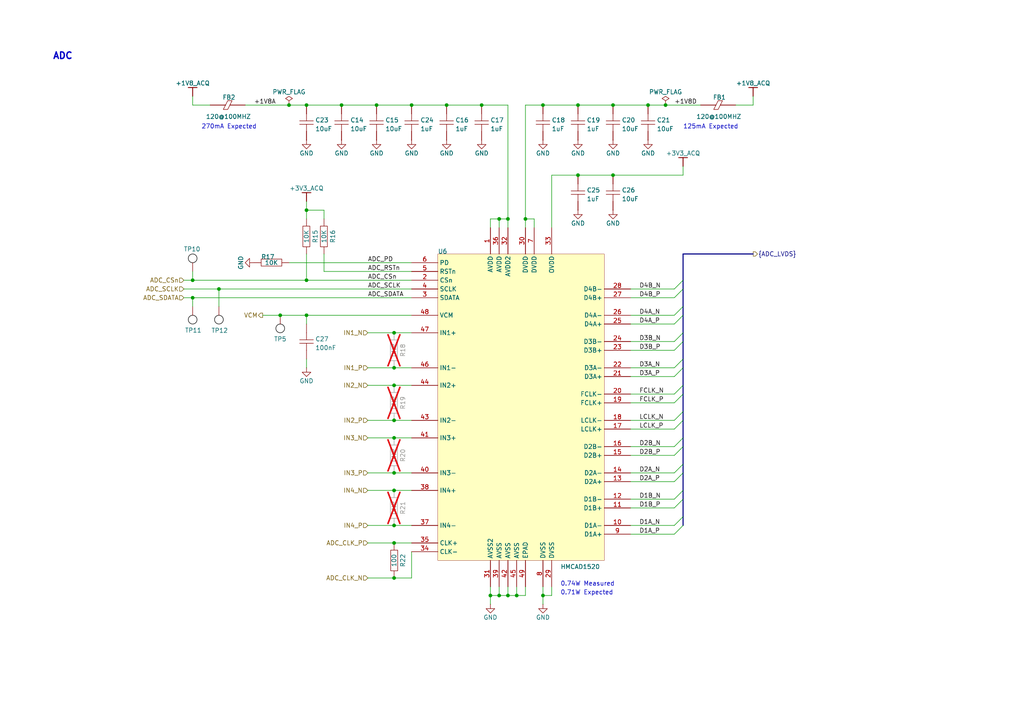
<source format=kicad_sch>
(kicad_sch (version 20250114) (generator "eeschema") (generator_version "9.0")
  (paper "A4")
  (title_block (title "ThunderScope") (rev "5.3") (company "EEVengers") (comment 1 "Aleksa Bjelogrlic"))
  (lib_symbols
    (symbol "Thunderscope_Rev5:+1V8_ACQ_BAR" (power)
      (property "Value" "+1V8_ACQ" (at 0 -3.81 0))
      (symbol "+1V8_ACQ_BAR_0_0"
        (polyline (pts (xy -1.27 -2.54) (xy 1.27 -2.54)) (stroke (width 0.254)))
        (polyline (pts (xy 0 0) (xy 0 -2.54)) (stroke (width 0.254)))
        (pin power_in line (at 0 0 0) (length 0) (hide yes) (name "+1V8_ACQ") (number ""))
      )
    )
    (symbol "Thunderscope_Rev5:+3V3_ACQ_BAR" (power)
      (property "Value" "+3V3_ACQ" (at 0 -3.81 0))
      (symbol "+3V3_ACQ_BAR_0_0"
        (polyline (pts (xy -1.27 -2.54) (xy 1.27 -2.54)) (stroke (width 0.254)))
        (polyline (pts (xy 0 0) (xy 0 -2.54)) (stroke (width 0.254)))
        (pin power_in line (at 0 0 0) (length 0) (hide yes) (name "+2V5_ACQ") (number ""))
      )
    )
    (symbol "Thunderscope_Rev5:CAP 100nF 16V X7R 0402" (pin_numbers (hide yes)) (pin_names (hide yes))
      (property "Reference" "C" (at 0 0 0))
      (property "Value" "100nF" (at 0 0 0))
      (symbol "CAP 100nF 16V X7R 0402_1_0"
        (polyline (pts (xy -2 0.5) (xy 2 0.5)))
        (polyline (pts (xy -2 -0.5) (xy 2 -0.5)))
        (polyline (pts (xy 0 2.54) (xy 0 0.5)))
        (polyline (pts (xy 0 -2.54) (xy 0 -0.5)))
        (pin passive line (at 0 5.08 270) (length 2.54) (name "2") (number "2"))
        (pin passive line (at 0 -5.08 90) (length 2.54) (name "1") (number "1"))
      )
    )
    (symbol "Thunderscope_Rev5:CAP 10uF 25V X5R 0603" (pin_numbers (hide yes)) (pin_names (hide yes))
      (property "Reference" "C" (at 0 0 0))
      (property "Value" "10uF" (at 0 0 0))
      (symbol "CAP 10uF 25V X5R 0603_1_0"
        (polyline (pts (xy -2 0.5) (xy 2 0.5)))
        (polyline (pts (xy -2 -0.5) (xy 2 -0.5)))
        (polyline (pts (xy 0 2.54) (xy 0 0.5)))
        (polyline (pts (xy 0 -2.54) (xy 0 -0.5)))
        (pin passive line (at 0 5.08 270) (length 2.54) (name "2") (number "2"))
        (pin passive line (at 0 -5.08 90) (length 2.54) (name "1") (number "1"))
      )
    )
    (symbol "Thunderscope_Rev5:CAP 1uF 25V X5R 0402" (pin_numbers (hide yes)) (pin_names (hide yes))
      (property "Reference" "C" (at 0 0 0))
      (property "Value" "1uF" (at 0 0 0))
      (symbol "CAP 1uF 25V X5R 0402_1_0"
        (polyline (pts (xy 0 2.54) (xy 0 0.5)))
        (polyline (pts (xy 0 -2.54) (xy 0 -0.5)))
        (polyline (pts (xy 2 0.5) (xy -2 0.5)))
        (polyline (pts (xy 2 -0.5) (xy -2 -0.5)))
        (pin passive line (at 0 5.08 270) (length 2.54) (name "1") (number "1"))
        (pin passive line (at 0 -5.08 90) (length 2.54) (name "2") (number "2"))
      )
    )
    (symbol "Thunderscope_Rev5:FERRITE BEAD 120 OHM 0402" (pin_numbers (hide yes)) (pin_names (hide yes))
      (property "Reference" "F" (at 0 0 0))
      (property "Value" "120@100MHZ" (at 0 0 0))
      (symbol "FERRITE BEAD 120 OHM 0402_1_0"
        (polyline (pts (xy 0 1.27) (xy -1.27 -1.27) (xy 0 -1.27) (xy 1.27 1.27) (xy 0 1.27)))
        (pin passive line (at -5.08 0 0) (length 4.445) (name "1") (number "1"))
        (pin passive line (at 5.08 0 180) (length 4.445) (name "2") (number "2"))
      )
    )
    (symbol "Thunderscope_Rev5:GND" (power) (pin_numbers (hide yes)) (pin_names (offset 0) (hide yes))
      (property "Value" "GND" (at 0 -3.81 0))
      (symbol "GND_0_1"
        (polyline (pts (xy 0 0) (xy 0 -1.27) (xy 1.27 -1.27) (xy 0 -2.54) (xy -1.27 -1.27) (xy 0 -1.27)))
      )
      (symbol "GND_1_1"
        (pin power_in line (at 0 0 270) (length 0) (name "~") (number "1"))
      )
    )
    (symbol "Thunderscope_Rev5:IC ADC HMCAD1520"
      (property "Reference" "U" (at 0 0 0))
      (property "Value" "HMCAD1520" (at 0 0 0))
      (symbol "IC ADC HMCAD1520_1_0"
        (rectangle (start 25.4 45.72) (end -22.86 -43.18) (stroke (width 0.0254) (color 128 0 0 1)) (fill (type background)))
        (pin input line (at -30.48 43.18 0) (length 7.62) (name "PD") (number "6"))
        (pin input line (at -30.48 40.64 0) (length 7.62) (name "RSTn") (number "5"))
        (pin input line (at -30.48 38.1 0) (length 7.62) (name "CSn") (number "2"))
        (pin input line (at -30.48 35.56 0) (length 7.62) (name "SCLK") (number "4"))
        (pin bidirectional line (at -30.48 33.02 0) (length 7.62) (name "SDATA") (number "3"))
        (pin output line (at -30.48 27.94 0) (length 7.62) (name "VCM") (number "48"))
        (pin input line (at -30.48 22.86 0) (length 7.62) (name "IN1+") (number "47"))
        (pin input line (at -30.48 12.7 0) (length 7.62) (name "IN1-") (number "46"))
        (pin input line (at -30.48 7.62 0) (length 7.62) (name "IN2+") (number "44"))
        (pin input line (at -30.48 -2.54 0) (length 7.62) (name "IN2-") (number "43"))
        (pin input line (at -30.48 -7.62 0) (length 7.62) (name "IN3+") (number "41"))
        (pin input line (at -30.48 -17.78 0) (length 7.62) (name "IN3-") (number "40"))
        (pin input line (at -30.48 -22.86 0) (length 7.62) (name "IN4+") (number "38"))
        (pin input line (at -30.48 -33.02 0) (length 7.62) (name "IN4-") (number "37"))
        (pin input line (at -30.48 -38.1 0) (length 7.62) (name "CLK+") (number "35"))
        (pin input line (at -30.48 -40.64 0) (length 7.62) (name "CLK-") (number "34"))
        (pin power_in line (at -7.62 53.34 270) (length 7.62) (name "AVDD") (number "1"))
        (pin power_in line (at -7.62 -50.8 90) (length 7.62) (name "AVSS2") (number "31"))
        (pin power_in line (at -5.08 53.34 270) (length 7.62) (name "AVDD") (number "36"))
        (pin power_in line (at -5.08 -50.8 90) (length 7.62) (name "AVSS") (number "39"))
        (pin power_in line (at -2.54 53.34 270) (length 7.62) (name "AVDD2") (number "32"))
        (pin power_in line (at -2.54 -50.8 90) (length 7.62) (name "AVSS") (number "42"))
        (pin power_in line (at 0 -50.8 90) (length 7.62) (name "AVSS") (number "45"))
        (pin power_in line (at 2.54 53.34 270) (length 7.62) (name "DVDD") (number "30"))
        (pin power_in line (at 2.54 -50.8 90) (length 7.62) (name "EPAD") (number "49"))
        (pin power_in line (at 5.08 53.34 270) (length 7.62) (name "DVDD") (number "7"))
        (pin power_in line (at 7.62 -50.8 90) (length 7.62) (name "DVSS") (number "8"))
        (pin power_in line (at 10.16 53.34 270) (length 7.62) (name "OVDD") (number "33"))
        (pin power_in line (at 10.16 -50.8 90) (length 7.62) (name "DVSS") (number "29"))
        (pin output line (at 33.02 35.56 180) (length 7.62) (name "D4B-") (number "28"))
        (pin output line (at 33.02 33.02 180) (length 7.62) (name "D4B+") (number "27"))
        (pin output line (at 33.02 27.94 180) (length 7.62) (name "D4A-") (number "26"))
        (pin output line (at 33.02 25.4 180) (length 7.62) (name "D4A+") (number "25"))
        (pin output line (at 33.02 20.32 180) (length 7.62) (name "D3B-") (number "24"))
        (pin output line (at 33.02 17.78 180) (length 7.62) (name "D3B+") (number "23"))
        (pin output line (at 33.02 12.7 180) (length 7.62) (name "D3A-") (number "22"))
        (pin output line (at 33.02 10.16 180) (length 7.62) (name "D3A+") (number "21"))
        (pin output line (at 33.02 5.08 180) (length 7.62) (name "FCLK-") (number "20"))
        (pin output line (at 33.02 2.54 180) (length 7.62) (name "FCLK+") (number "19"))
        (pin output line (at 33.02 -2.54 180) (length 7.62) (name "LCLK-") (number "18"))
        (pin output line (at 33.02 -5.08 180) (length 7.62) (name "LCLK+") (number "17"))
        (pin output line (at 33.02 -10.16 180) (length 7.62) (name "D2B-") (number "16"))
        (pin output line (at 33.02 -12.7 180) (length 7.62) (name "D2B+") (number "15"))
        (pin output line (at 33.02 -17.78 180) (length 7.62) (name "D2A-") (number "14"))
        (pin output line (at 33.02 -20.32 180) (length 7.62) (name "D2A+") (number "13"))
        (pin output line (at 33.02 -25.4 180) (length 7.62) (name "D1B-") (number "12"))
        (pin output line (at 33.02 -27.94 180) (length 7.62) (name "D1B+") (number "11"))
        (pin output line (at 33.02 -33.02 180) (length 7.62) (name "D1A-") (number "10"))
        (pin output line (at 33.02 -35.56 180) (length 7.62) (name "D1A+") (number "9"))
      )
    )
    (symbol "Thunderscope_Rev5:RES 100 OHM 1% 1/10W 0402" (pin_numbers (hide yes)) (pin_names (hide yes))
      (property "Reference" "R" (at 0 0 0))
      (property "Value" "100" (at 0 0 0))
      (symbol "RES 100 OHM 1% 1/10W 0402_1_0"
        (rectangle (start 3 0.976) (end -3 -1.056))
        (pin passive line (at -5.08 0 0) (length 2) (name "1") (number "1"))
        (pin passive line (at 5.08 0 180) (length 2) (name "2") (number "2"))
      )
    )
    (symbol "Thunderscope_Rev5:RES 10K OHM 1% 1/10W 0402" (pin_numbers (hide yes)) (pin_names (hide yes))
      (property "Reference" "R" (at 0 0 0))
      (property "Value" "10K" (at 0 0 0))
      (symbol "RES 10K OHM 1% 1/10W 0402_1_0"
        (rectangle (start 3 1.056) (end -3 -0.976))
        (pin passive line (at -5.08 0 0) (length 2) (name "2") (number "2"))
        (pin passive line (at 5.08 0 180) (length 2) (name "1") (number "1"))
      )
    )
    (symbol "Thunderscope_Rev5:RES DNP 0402" (pin_numbers (hide yes)) (pin_names (hide yes))
      (property "Reference" "R" (at 0 0 0))
      (property "Value" "DNP" (at 0 0 0))
      (symbol "RES DNP 0402_1_0"
        (rectangle (start 1.056 3) (end -0.976 -3))
        (pin passive line (at 0 5.08 270) (length 2) (name "2") (number "2"))
        (pin passive line (at 0 -5.08 90) (length 2) (name "1") (number "1"))
      )
    )
    (symbol "Thunderscope_Rev5:TP PCB 1mm" (pin_numbers (hide yes)) (pin_names (hide yes)) (in_bom no)
      (property "Reference" "T" (at 0 0 0))
      (symbol "TP PCB 1mm_1_0"
        (circle (center 3.81 0) (radius 1.27) (stroke (width 0) (color 0 0 0 1)))
        (pin passive line (at 0 0 0) (length 2.54) (name "1") (number "1"))
      )
    )
    (symbol "power:PWR_FLAG" (power) (pin_numbers (hide yes)) (pin_names (offset 0) (hide yes))
      (property "Value" "PWR_FLAG" (at 0 3.81 0))
      (symbol "PWR_FLAG_0_0"
        (pin power_out line (at 0 0 90) (length 0) (name "~") (number "1"))
      )
      (symbol "PWR_FLAG_0_1"
        (polyline (pts (xy 0 0) (xy 0 1.27) (xy -1.016 1.905) (xy 0 2.54) (xy 1.016 1.905) (xy 0 1.27)))
      )
    )
  )
  (bus_alias "ADC_LVDS" (members "D4B_N" "D4B_P" "D4A_N" "D4A_P" "D3B_N" "D3B_P" "D3A_N" "D3A_P" "FCLK_N" "FCLK_P" "LCLK_N" "LCLK_P" "D2B_N" "D2B_P" "D2A_N" "D2A_P" "D1B_N" "D1B_P" "D1A_N" "D1A_P"))
  (text "270mA Expected" (at 58.42 36.83 0) (effects (font (size 1.27 1.27) (thickness 0.1588)) (justify left)))
  (text "125mA Expected" (at 198.12 36.83 0) (effects (font (size 1.27 1.27) (thickness 0.1588)) (justify left)))
  (text "ADC" (at 15.24 15.24 0) (effects (font (size 1.905 1.905) (thickness 0.381) (bold yes)) (justify left top)))
  (text "0.74W Measured" (at 162.56 170.18 0) (effects (font (size 1.27 1.27) (thickness 0.1588)) (justify left bottom)))
  (text "0.71W Expected" (at 162.56 172.72 0) (effects (font (size 1.27 1.27) (thickness 0.1588)) (justify left bottom)))
  (junction (at 177.8 50.8))
  (junction (at 83.82 30.48))
  (junction (at 114.3 167.64))
  (junction (at 157.48 30.48))
  (junction (at 157.48 172.72))
  (junction (at 142.24 172.72))
  (junction (at 152.4 63.5))
  (junction (at 177.8 30.48))
  (junction (at 144.78 63.5))
  (junction (at 129.54 30.48))
  (junction (at 81.28 91.44))
  (junction (at 88.9 60.96))
  (junction (at 114.3 137.16))
  (junction (at 114.3 106.68))
  (junction (at 63.5 83.82))
  (junction (at 114.3 142.24))
  (junction (at 139.7 30.48))
  (junction (at 88.9 91.44))
  (junction (at 114.3 157.48))
  (junction (at 144.78 172.72))
  (junction (at 55.88 86.36))
  (junction (at 193.04 30.48))
  (junction (at 109.22 30.48))
  (junction (at 147.32 172.72))
  (junction (at 147.32 63.5))
  (junction (at 114.3 121.92))
  (junction (at 55.88 81.28))
  (junction (at 119.38 30.48))
  (junction (at 88.9 30.48))
  (junction (at 114.3 152.4))
  (junction (at 167.64 30.48))
  (junction (at 88.9 81.28))
  (junction (at 114.3 127))
  (junction (at 149.86 172.72))
  (junction (at 114.3 111.76))
  (junction (at 167.64 50.8))
  (junction (at 99.06 30.48))
  (junction (at 187.96 30.48))
  (junction (at 114.3 96.52))
  (bus_entry (at 195.58 139.7) (size 2.54 -2.54))
  (bus_entry (at 195.58 121.92) (size 2.54 -2.54))
  (bus_entry (at 195.58 86.36) (size 2.54 -2.54))
  (bus_entry (at 195.58 114.3) (size 2.54 -2.54))
  (bus_entry (at 195.58 129.54) (size 2.54 -2.54))
  (bus_entry (at 195.58 91.44) (size 2.54 -2.54))
  (bus_entry (at 195.58 124.46) (size 2.54 -2.54))
  (bus_entry (at 195.58 132.08) (size 2.54 -2.54))
  (bus_entry (at 195.58 144.78) (size 2.54 -2.54))
  (bus_entry (at 195.58 116.84) (size 2.54 -2.54))
  (bus_entry (at 195.58 106.68) (size 2.54 -2.54))
  (bus_entry (at 195.58 147.32) (size 2.54 -2.54))
  (bus_entry (at 195.58 93.98) (size 2.54 -2.54))
  (bus_entry (at 195.58 154.94) (size 2.54 -2.54))
  (bus_entry (at 195.58 99.06) (size 2.54 -2.54))
  (bus_entry (at 195.58 83.82) (size 2.54 -2.54))
  (bus_entry (at 195.58 109.22) (size 2.54 -2.54))
  (bus_entry (at 195.58 137.16) (size 2.54 -2.54))
  (bus_entry (at 195.58 152.4) (size 2.54 -2.54))
  (bus_entry (at 195.58 101.6) (size 2.54 -2.54))
  (wire (pts (xy 106.68 106.68) (xy 114.3 106.68)))
  (wire (pts (xy 144.78 63.5) (xy 144.78 66.04)))
  (wire (pts (xy 53.34 83.82) (xy 63.5 83.82)))
  (wire (pts (xy 142.24 175.26) (xy 142.24 172.72)))
  (wire (pts (xy 149.86 170.18) (xy 149.86 172.72)))
  (wire (pts (xy 152.4 66.04) (xy 152.4 63.5)))
  (wire (pts (xy 88.9 60.96) (xy 93.98 60.96)))
  (wire (pts (xy 149.86 172.72) (xy 147.32 172.72)))
  (wire (pts (xy 182.88 86.36) (xy 195.58 86.36)))
  (wire (pts (xy 88.9 93.98) (xy 88.9 91.44)))
  (bus (pts (xy 198.12 73.66) (xy 218.44 73.66)))
  (wire (pts (xy 88.9 81.28) (xy 119.38 81.28)))
  (bus (pts (xy 198.12 127) (xy 198.12 129.54)))
  (wire (pts (xy 144.78 170.18) (xy 144.78 172.72)))
  (bus (pts (xy 198.12 114.3) (xy 198.12 119.38)))
  (wire (pts (xy 114.3 111.76) (xy 119.38 111.76)))
  (wire (pts (xy 187.96 30.48) (xy 177.8 30.48)))
  (bus (pts (xy 198.12 111.76) (xy 198.12 114.3)))
  (wire (pts (xy 198.12 50.8) (xy 177.8 50.8)))
  (bus (pts (xy 198.12 83.82) (xy 198.12 88.9)))
  (wire (pts (xy 160.02 50.8) (xy 160.02 66.04)))
  (wire (pts (xy 81.28 91.44) (xy 88.9 91.44)))
  (wire (pts (xy 152.4 63.5) (xy 154.94 63.5)))
  (wire (pts (xy 106.68 157.48) (xy 114.3 157.48)))
  (wire (pts (xy 114.3 152.4) (xy 119.38 152.4)))
  (bus (pts (xy 198.12 129.54) (xy 198.12 134.62)))
  (wire (pts (xy 177.8 30.48) (xy 167.64 30.48)))
  (wire (pts (xy 88.9 63.5) (xy 88.9 60.96)))
  (wire (pts (xy 88.9 30.48) (xy 99.06 30.48)))
  (wire (pts (xy 63.5 83.82) (xy 119.38 83.82)))
  (wire (pts (xy 109.22 30.48) (xy 119.38 30.48)))
  (wire (pts (xy 106.68 121.92) (xy 114.3 121.92)))
  (wire (pts (xy 93.98 60.96) (xy 93.98 63.5)))
  (wire (pts (xy 106.68 152.4) (xy 114.3 152.4)))
  (wire (pts (xy 106.68 142.24) (xy 114.3 142.24)))
  (wire (pts (xy 53.34 86.36) (xy 55.88 86.36)))
  (wire (pts (xy 198.12 48.26) (xy 198.12 50.8)))
  (wire (pts (xy 195.58 99.06) (xy 182.88 99.06)))
  (wire (pts (xy 182.88 116.84) (xy 195.58 116.84)))
  (wire (pts (xy 106.68 127) (xy 114.3 127)))
  (bus (pts (xy 198.12 121.92) (xy 198.12 127)))
  (wire (pts (xy 114.3 127) (xy 119.38 127)))
  (wire (pts (xy 88.9 81.28) (xy 88.9 73.66)))
  (bus (pts (xy 198.12 88.9) (xy 198.12 91.44)))
  (bus (pts (xy 198.12 81.28) (xy 198.12 83.82)))
  (wire (pts (xy 177.8 50.8) (xy 167.64 50.8)))
  (wire (pts (xy 109.22 30.48) (xy 99.06 30.48)))
  (bus (pts (xy 198.12 149.86) (xy 198.12 152.4)))
  (wire (pts (xy 152.4 172.72) (xy 149.86 172.72)))
  (wire (pts (xy 195.58 106.68) (xy 182.88 106.68)))
  (bus (pts (xy 198.12 104.14) (xy 198.12 106.68)))
  (wire (pts (xy 182.88 139.7) (xy 195.58 139.7)))
  (wire (pts (xy 160.02 172.72) (xy 157.48 172.72)))
  (wire (pts (xy 152.4 170.18) (xy 152.4 172.72)))
  (bus (pts (xy 198.12 73.66) (xy 198.12 81.28)))
  (wire (pts (xy 114.3 106.68) (xy 119.38 106.68)))
  (wire (pts (xy 195.58 137.16) (xy 182.88 137.16)))
  (wire (pts (xy 106.68 96.52) (xy 114.3 96.52)))
  (wire (pts (xy 76.2 91.44) (xy 81.28 91.44)))
  (wire (pts (xy 139.7 30.48) (xy 129.54 30.48)))
  (bus (pts (xy 198.12 91.44) (xy 198.12 96.52)))
  (bus (pts (xy 198.12 119.38) (xy 198.12 121.92)))
  (wire (pts (xy 147.32 30.48) (xy 139.7 30.48)))
  (wire (pts (xy 88.9 91.44) (xy 119.38 91.44)))
  (wire (pts (xy 195.58 91.44) (xy 182.88 91.44)))
  (wire (pts (xy 182.88 124.46) (xy 195.58 124.46)))
  (wire (pts (xy 63.5 88.9) (xy 63.5 83.82)))
  (wire (pts (xy 157.48 172.72) (xy 157.48 170.18)))
  (wire (pts (xy 114.3 167.64) (xy 119.38 167.64)))
  (wire (pts (xy 147.32 30.48) (xy 147.32 63.5)))
  (wire (pts (xy 119.38 78.74) (xy 93.98 78.74)))
  (wire (pts (xy 195.58 144.78) (xy 182.88 144.78)))
  (wire (pts (xy 195.58 114.3) (xy 182.88 114.3)))
  (wire (pts (xy 213.36 30.48) (xy 218.44 30.48)))
  (wire (pts (xy 106.68 111.76) (xy 114.3 111.76)))
  (wire (pts (xy 106.68 137.16) (xy 114.3 137.16)))
  (wire (pts (xy 203.2 30.48) (xy 193.04 30.48)))
  (wire (pts (xy 187.96 30.48) (xy 193.04 30.48)))
  (wire (pts (xy 160.02 170.18) (xy 160.02 172.72)))
  (wire (pts (xy 142.24 66.04) (xy 142.24 63.5)))
  (wire (pts (xy 144.78 63.5) (xy 147.32 63.5)))
  (wire (pts (xy 195.58 83.82) (xy 182.88 83.82)))
  (wire (pts (xy 167.64 50.8) (xy 160.02 50.8)))
  (wire (pts (xy 195.58 129.54) (xy 182.88 129.54)))
  (wire (pts (xy 88.9 60.96) (xy 88.9 58.42)))
  (wire (pts (xy 114.3 121.92) (xy 119.38 121.92)))
  (wire (pts (xy 147.32 63.5) (xy 147.32 66.04)))
  (wire (pts (xy 182.88 154.94) (xy 195.58 154.94)))
  (wire (pts (xy 152.4 30.48) (xy 152.4 63.5)))
  (wire (pts (xy 55.88 78.74) (xy 55.88 81.28)))
  (wire (pts (xy 182.88 101.6) (xy 195.58 101.6)))
  (wire (pts (xy 142.24 172.72) (xy 144.78 172.72)))
  (wire (pts (xy 83.82 30.48) (xy 88.9 30.48)))
  (wire (pts (xy 119.38 167.64) (xy 119.38 160.02)))
  (wire (pts (xy 167.64 30.48) (xy 157.48 30.48)))
  (wire (pts (xy 53.34 81.28) (xy 55.88 81.28)))
  (wire (pts (xy 55.88 88.9) (xy 55.88 86.36)))
  (wire (pts (xy 71.12 30.48) (xy 83.82 30.48)))
  (wire (pts (xy 182.88 147.32) (xy 195.58 147.32)))
  (bus (pts (xy 198.12 144.78) (xy 198.12 149.86)))
  (bus (pts (xy 198.12 99.06) (xy 198.12 104.14)))
  (wire (pts (xy 182.88 132.08) (xy 195.58 132.08)))
  (wire (pts (xy 142.24 63.5) (xy 144.78 63.5)))
  (wire (pts (xy 55.88 27.94) (xy 55.88 30.48)))
  (bus (pts (xy 198.12 137.16) (xy 198.12 142.24)))
  (wire (pts (xy 55.88 86.36) (xy 119.38 86.36)))
  (bus (pts (xy 198.12 142.24) (xy 198.12 144.78)))
  (wire (pts (xy 114.3 137.16) (xy 119.38 137.16)))
  (bus (pts (xy 198.12 96.52) (xy 198.12 99.06)))
  (wire (pts (xy 55.88 30.48) (xy 60.96 30.48)))
  (wire (pts (xy 182.88 109.22) (xy 195.58 109.22)))
  (wire (pts (xy 93.98 78.74) (xy 93.98 73.66)))
  (wire (pts (xy 157.48 30.48) (xy 152.4 30.48)))
  (wire (pts (xy 144.78 172.72) (xy 147.32 172.72)))
  (wire (pts (xy 154.94 63.5) (xy 154.94 66.04)))
  (wire (pts (xy 129.54 30.48) (xy 119.38 30.48)))
  (wire (pts (xy 114.3 142.24) (xy 119.38 142.24)))
  (wire (pts (xy 147.32 170.18) (xy 147.32 172.72)))
  (wire (pts (xy 114.3 157.48) (xy 119.38 157.48)))
  (wire (pts (xy 114.3 96.52) (xy 119.38 96.52)))
  (wire (pts (xy 218.44 30.48) (xy 218.44 27.94)))
  (bus (pts (xy 198.12 106.68) (xy 198.12 111.76)))
  (bus (pts (xy 198.12 134.62) (xy 198.12 137.16)))
  (wire (pts (xy 119.38 76.2) (xy 83.82 76.2)))
  (wire (pts (xy 157.48 172.72) (xy 157.48 175.26)))
  (wire (pts (xy 195.58 152.4) (xy 182.88 152.4)))
  (wire (pts (xy 182.88 93.98) (xy 195.58 93.98)))
  (wire (pts (xy 55.88 81.28) (xy 88.9 81.28)))
  (wire (pts (xy 88.9 106.68) (xy 88.9 104.14)))
  (wire (pts (xy 142.24 172.72) (xy 142.24 170.18)))
  (wire (pts (xy 106.68 167.64) (xy 114.3 167.64)))
  (wire (pts (xy 195.58 121.92) (xy 182.88 121.92)))
  (label "FCLK_N" (at 185.42 114.3 0))
  (label "D1A_N" (at 185.42 152.4 0))
  (label "LCLK_N" (at 185.42 121.92 0))
  (label "D2B_P" (at 185.42 132.08 0))
  (label "D3A_P" (at 185.42 109.22 0))
  (label "D4B_N" (at 185.42 83.82 0))
  (label "ADC_CSn" (at 106.68 81.28 0))
  (label "FCLK_P" (at 185.42 116.84 0))
  (label "D4A_P" (at 185.42 93.98 0))
  (label "ADC_SCLK" (at 106.68 83.82 0))
  (label "D3B_N" (at 185.42 99.06 0))
  (label "D3B_P" (at 185.42 101.6 0))
  (label "D4B_P" (at 185.42 86.36 0))
  (label "D2B_N" (at 185.42 129.54 0))
  (label "D2A_P" (at 185.42 139.7 0))
  (label "+1V8D" (at 195.58 30.48 0))
  (label "D1A_P" (at 185.42 154.94 0))
  (label "ADC_SDATA" (at 106.68 86.36 0))
  (label "D3A_N" (at 185.42 106.68 0))
  (label "D2A_N" (at 185.42 137.16 0))
  (label "ADC_PD" (at 106.68 76.2 0))
  (label "D1B_P" (at 185.42 147.32 0))
  (label "ADC_RSTn" (at 106.68 78.74 0))
  (label "+1V8A" (at 73.66 30.48 0))
  (label "LCLK_P" (at 185.42 124.46 0))
  (label "D1B_N" (at 185.42 144.78 0))
  (label "D4A_N" (at 185.42 91.44 0))
  (hierarchical_label "IN4_N" (shape input) (at 106.68 142.24 180))
  (hierarchical_label "IN3_P" (shape input) (at 106.68 137.16 180))
  (hierarchical_label "ADC_CSn" (shape input) (at 53.34 81.28 180))
  (hierarchical_label "{ADC_LVDS}" (shape output) (at 218.44 73.66 0))
  (hierarchical_label "IN2_P" (shape input) (at 106.68 121.92 180))
  (hierarchical_label "IN1_P" (shape input) (at 106.68 106.68 180))
  (hierarchical_label "IN3_N" (shape input) (at 106.68 127 180))
  (hierarchical_label "ADC_CLK_N" (shape input) (at 106.68 167.64 180))
  (hierarchical_label "ADC_SDATA" (shape input) (at 53.34 86.36 180))
  (hierarchical_label "IN1_N" (shape input) (at 106.68 96.52 180))
  (hierarchical_label "IN2_N" (shape input) (at 106.68 111.76 180))
  (hierarchical_label "ADC_SCLK" (shape input) (at 53.34 83.82 180))
  (hierarchical_label "IN4_P" (shape input) (at 106.68 152.4 180))
  (hierarchical_label "VCM" (shape output) (at 76.2 91.44 180))
  (hierarchical_label "ADC_CLK_P" (shape input) (at 106.68 157.48 180))
  (symbol (lib_id "Thunderscope_Rev5:RES DNP 0402") (at 114.3 101.6 180) (unit 1) (dnp yes)
    (property "Reference" "R18" (at 116.84 101.6 90))
    (property "Value" "DNP" (at 114.3 101.6 90))
    (property "Footprint" "Thunderscope_Rev5:GEN_R_0402" (effects (hide yes)))
    (property "TOLERANCE" "1%" (effects (hide yes)))
    (property "PACKAGE" "0402" (effects (hide yes)))
    (property "SUPPLIER 1" "Mouser" (effects (hide yes)))
    (property "SUPPLIER PART NUMBER 1" "603-RC0402FR-07100RL" (effects (hide yes)))
    (property "MANUFACTURER" "Yageo" (effects (hide yes)))
    (property "MANUFACTURER PART NUMBER" "RC0402FR-07100RL" (effects (hide yes)))
  )
  (symbol (lib_id "Thunderscope_Rev5:CAP 1uF 25V X5R 0402") (at 139.7 35.56 0) (unit 1)
    (property "Reference" "C17" (at 142.24 35.56 0) (effects (justify left bottom)))
    (property "Value" "1uF" (at 142.24 38.1 0) (effects (justify left bottom)))
    (property "Footprint" "Thunderscope_Rev5:GEN_C_0402" (effects (hide yes)))
    (property "Description" "1 µF ±10% 25V Ceramic Capacitor X5R 0402 (1005 Metric)" (effects (hide yes)))
    (property "PACKAGE" "0402" (effects (hide yes)))
    (property "VOLTAGE RATING" "25V" (effects (hide yes)))
    (property "SUPPLIER 1" "Mouser" (effects (hide yes)))
    (property "SUPPLIER PART NUMBER 1" "81-GRM155R61E105KA2D" (effects (hide yes)))
    (property "MANUFACTURER" "Murata" (effects (hide yes)))
    (property "MANUFACTURER PART NUMBER" "GRM155R61E105KA12D" (effects (hide yes)))
  )
  (symbol (lib_id "Thunderscope_Rev5:CAP 10uF 25V X5R 0603") (at 99.06 35.56 0) (unit 1)
    (property "Reference" "C14" (at 101.6 35.56 0) (effects (justify left bottom)))
    (property "Value" "10uF" (at 101.6 38.1 0) (effects (justify left bottom)))
    (property "Footprint" "Thunderscope_Rev5:GEN_C_0603" (effects (hide yes)))
    (property "Description" "10 µF ±20% 25V Ceramic Capacitor X5R 0603 (1608 Metric)" (effects (hide yes)))
    (property "PACKAGE" "0402" (effects (hide yes)))
    (property "VOLTAGE RATING" "25V" (effects (hide yes)))
    (property "SUPPLIER 1" "Mouser" (effects (hide yes)))
    (property "SUPPLIER PART NUMBER 1" "81-GRM188R61E106MA3D" (effects (hide yes)))
    (property "MANUFACTURER" "Murata" (effects (hide yes)))
    (property "MANUFACTURER PART NUMBER" "GRM188R61E106MA73D" (effects (hide yes)))
  )
  (symbol (lib_id "Thunderscope_Rev5:CAP 1uF 25V X5R 0402") (at 167.64 55.88 0) (unit 1)
    (property "Reference" "C25" (at 170.18 55.88 0) (effects (justify left bottom)))
    (property "Value" "1uF" (at 170.18 58.42 0) (effects (justify left bottom)))
    (property "Footprint" "Thunderscope_Rev5:GEN_C_0402" (effects (hide yes)))
    (property "Description" "1 µF ±10% 25V Ceramic Capacitor X5R 0402 (1005 Metric)" (effects (hide yes)))
    (property "PACKAGE" "0402" (effects (hide yes)))
    (property "VOLTAGE RATING" "25V" (effects (hide yes)))
    (property "SUPPLIER 1" "Mouser" (effects (hide yes)))
    (property "SUPPLIER PART NUMBER 1" "81-GRM155R61E105KA2D" (effects (hide yes)))
    (property "MANUFACTURER" "Murata" (effects (hide yes)))
    (property "MANUFACTURER PART NUMBER" "GRM155R61E105KA12D" (effects (hide yes)))
  )
  (symbol (lib_id "Thunderscope_Rev5:CAP 10uF 25V X5R 0603") (at 109.22 35.56 0) (unit 1)
    (property "Reference" "C15" (at 111.76 35.56 0) (effects (justify left bottom)))
    (property "Value" "10uF" (at 111.76 38.1 0) (effects (justify left bottom)))
    (property "Footprint" "Thunderscope_Rev5:GEN_C_0603" (effects (hide yes)))
    (property "Description" "10 µF ±20% 25V Ceramic Capacitor X5R 0603 (1608 Metric)" (effects (hide yes)))
    (property "PACKAGE" "0402" (effects (hide yes)))
    (property "VOLTAGE RATING" "25V" (effects (hide yes)))
    (property "SUPPLIER 1" "Mouser" (effects (hide yes)))
    (property "SUPPLIER PART NUMBER 1" "81-GRM188R61E106MA3D" (effects (hide yes)))
    (property "MANUFACTURER" "Murata" (effects (hide yes)))
    (property "MANUFACTURER PART NUMBER" "GRM188R61E106MA73D" (effects (hide yes)))
  )
  (symbol (lib_id "Thunderscope_Rev5:CAP 1uF 25V X5R 0402") (at 157.48 35.56 0) (unit 1)
    (property "Reference" "C18" (at 160.02 35.56 0) (effects (justify left bottom)))
    (property "Value" "1uF" (at 160.02 38.1 0) (effects (justify left bottom)))
    (property "Footprint" "Thunderscope_Rev5:GEN_C_0402" (effects (hide yes)))
    (property "Description" "1 µF ±10% 25V Ceramic Capacitor X5R 0402 (1005 Metric)" (effects (hide yes)))
    (property "PACKAGE" "0402" (effects (hide yes)))
    (property "VOLTAGE RATING" "25V" (effects (hide yes)))
    (property "SUPPLIER 1" "Mouser" (effects (hide yes)))
    (property "SUPPLIER PART NUMBER 1" "81-GRM155R61E105KA2D" (effects (hide yes)))
    (property "MANUFACTURER" "Murata" (effects (hide yes)))
    (property "MANUFACTURER PART NUMBER" "GRM155R61E105KA12D" (effects (hide yes)))
  )
  (symbol (lib_id "Thunderscope_Rev5:FERRITE BEAD 120 OHM 0402") (at 208.28 30.48 0) (unit 1)
    (property "Reference" "FB1" (at 206.756 28.956 0) (effects (justify left bottom)))
    (property "Value" "120@100MHZ" (at 201.93 34.544 0) (effects (justify left bottom)))
    (property "Footprint" "Thunderscope_Rev5:GEN_R_0402" (effects (hide yes)))
    (property "Description" "120 Ohms @ 100 MHz 1 Power Line Ferrite Bead 0402 (1005 Metric) 2A 55mOhm" (effects (hide yes)))
    (property "SUPPLIER 1" "Mouser" (effects (hide yes)))
    (property "SUPPLIER PART NUMBER 1" "81-BLM15PX121SN1D" (effects (hide yes)))
    (property "HOUSE PART NUMBER" "BLM15PX121SN1D" (effects (hide yes)))
    (property "MANUFACTURER" "Murata" (effects (hide yes)))
    (property "MANUFACTURER PART NUMBER" "BLM15PX121SN1D" (effects (hide yes)))
  )
  (symbol (lib_id "Thunderscope_Rev5:GND") (at 88.9 40.64 0) (unit 1)
    (property "Reference" "#PWR?" (effects (hide yes)))
    (property "Value" "GND" (at 88.9 44.45 0))
    (property "Description" "Power symbol creates a global label with name \"GND\" , ground" (effects (hide yes)))
  )
  (symbol (lib_id "Thunderscope_Rev5:CAP 10uF 25V X5R 0603") (at 177.8 55.88 0) (unit 1)
    (property "Reference" "C26" (at 180.34 55.88 0) (effects (justify left bottom)))
    (property "Value" "10uF" (at 180.34 58.42 0) (effects (justify left bottom)))
    (property "Footprint" "Thunderscope_Rev5:GEN_C_0603" (effects (hide yes)))
    (property "Description" "10 µF ±20% 25V Ceramic Capacitor X5R 0603 (1608 Metric)" (effects (hide yes)))
    (property "PACKAGE" "0402" (effects (hide yes)))
    (property "VOLTAGE RATING" "25V" (effects (hide yes)))
    (property "SUPPLIER 1" "Mouser" (effects (hide yes)))
    (property "SUPPLIER PART NUMBER 1" "81-GRM188R61E106MA3D" (effects (hide yes)))
    (property "MANUFACTURER" "Murata" (effects (hide yes)))
    (property "MANUFACTURER PART NUMBER" "GRM188R61E106MA73D" (effects (hide yes)))
  )
  (symbol (lib_id "Thunderscope_Rev5:CAP 1uF 25V X5R 0402") (at 119.38 35.56 0) (unit 1)
    (property "Reference" "C24" (at 121.92 35.56 0) (effects (justify left bottom)))
    (property "Value" "1uF" (at 121.92 38.1 0) (effects (justify left bottom)))
    (property "Footprint" "Thunderscope_Rev5:GEN_C_0402" (effects (hide yes)))
    (property "Description" "1 µF ±10% 25V Ceramic Capacitor X5R 0402 (1005 Metric)" (effects (hide yes)))
    (property "PACKAGE" "0402" (effects (hide yes)))
    (property "VOLTAGE RATING" "25V" (effects (hide yes)))
    (property "SUPPLIER 1" "Mouser" (effects (hide yes)))
    (property "SUPPLIER PART NUMBER 1" "81-GRM155R61E105KA2D" (effects (hide yes)))
    (property "MANUFACTURER" "Murata" (effects (hide yes)))
    (property "MANUFACTURER PART NUMBER" "GRM155R61E105KA12D" (effects (hide yes)))
  )
  (symbol (lib_id "Thunderscope_Rev5:CAP 1uF 25V X5R 0402") (at 167.64 35.56 0) (unit 1)
    (property "Reference" "C19" (at 170.18 35.56 0) (effects (justify left bottom)))
    (property "Value" "1uF" (at 170.18 38.1 0) (effects (justify left bottom)))
    (property "Footprint" "Thunderscope_Rev5:GEN_C_0402" (effects (hide yes)))
    (property "Description" "1 µF ±10% 25V Ceramic Capacitor X5R 0402 (1005 Metric)" (effects (hide yes)))
    (property "PACKAGE" "0402" (effects (hide yes)))
    (property "VOLTAGE RATING" "25V" (effects (hide yes)))
    (property "SUPPLIER 1" "Mouser" (effects (hide yes)))
    (property "SUPPLIER PART NUMBER 1" "81-GRM155R61E105KA2D" (effects (hide yes)))
    (property "MANUFACTURER" "Murata" (effects (hide yes)))
    (property "MANUFACTURER PART NUMBER" "GRM155R61E105KA12D" (effects (hide yes)))
  )
  (symbol (lib_id "Thunderscope_Rev5:GND") (at 157.48 175.26 0) (unit 1)
    (property "Reference" "#PWR?" (effects (hide yes)))
    (property "Value" "GND" (at 157.48 179.07 0))
    (property "Description" "Power symbol creates a global label with name \"GND\" , ground" (effects (hide yes)))
  )
  (symbol (lib_id "Thunderscope_Rev5:RES DNP 0402") (at 114.3 116.84 180) (unit 1) (dnp yes)
    (property "Reference" "R19" (at 116.84 116.84 90))
    (property "Value" "DNP" (at 114.3 116.84 90))
    (property "Footprint" "Thunderscope_Rev5:GEN_R_0402" (effects (hide yes)))
    (property "TOLERANCE" "1%" (effects (hide yes)))
    (property "PACKAGE" "0402" (effects (hide yes)))
    (property "SUPPLIER 1" "Mouser" (effects (hide yes)))
    (property "SUPPLIER PART NUMBER 1" "603-RC0402FR-07100RL" (effects (hide yes)))
    (property "MANUFACTURER" "Yageo" (effects (hide yes)))
    (property "MANUFACTURER PART NUMBER" "RC0402FR-07100RL" (effects (hide yes)))
  )
  (symbol (lib_id "Thunderscope_Rev5:GND") (at 99.06 40.64 0) (unit 1)
    (property "Reference" "#PWR?" (effects (hide yes)))
    (property "Value" "GND" (at 99.06 44.45 0))
    (property "Description" "Power symbol creates a global label with name \"GND\" , ground" (effects (hide yes)))
  )
  (symbol (lib_id "Thunderscope_Rev5:CAP 10uF 25V X5R 0603") (at 187.96 35.56 0) (unit 1)
    (property "Reference" "C21" (at 190.5 35.56 0) (effects (justify left bottom)))
    (property "Value" "10uF" (at 190.5 38.1 0) (effects (justify left bottom)))
    (property "Footprint" "Thunderscope_Rev5:GEN_C_0603" (effects (hide yes)))
    (property "Description" "10 µF ±20% 25V Ceramic Capacitor X5R 0603 (1608 Metric)" (effects (hide yes)))
    (property "PACKAGE" "0402" (effects (hide yes)))
    (property "VOLTAGE RATING" "25V" (effects (hide yes)))
    (property "SUPPLIER 1" "Mouser" (effects (hide yes)))
    (property "SUPPLIER PART NUMBER 1" "81-GRM188R61E106MA3D" (effects (hide yes)))
    (property "MANUFACTURER" "Murata" (effects (hide yes)))
    (property "MANUFACTURER PART NUMBER" "GRM188R61E106MA73D" (effects (hide yes)))
  )
  (symbol (lib_id "Thunderscope_Rev5:RES 100 OHM 1% 1/10W 0402") (at 114.3 162.56 90) (unit 1)
    (property "Reference" "R22" (at 116.84 162.56 0))
    (property "Value" "100" (at 114.3 162.56 0))
    (property "Footprint" "Thunderscope_Rev5:GEN_R_0402" (effects (hide yes)))
    (property "Description" "100 Ohms ±1% 0.063W, 1/16W Chip Resistor 0402 (1005 Metric) Moisture Resistant Thick Film" (effects (hide yes)))
    (property "TOLERANCE" "1%" (effects (hide yes)))
    (property "PACKAGE" "0402" (effects (hide yes)))
    (property "SUPPLIER 1" "Mouser" (effects (hide yes)))
    (property "SUPPLIER PART NUMBER 1" "603-RC0402FR-07100RL" (effects (hide yes)))
    (property "MANUFACTURER" "Yageo" (effects (hide yes)))
    (property "MANUFACTURER PART NUMBER" "RC0402FR-07100RL" (effects (hide yes)))
  )
  (symbol (lib_id "Thunderscope_Rev5:GND") (at 167.64 60.96 0) (unit 1)
    (property "Reference" "#PWR?" (effects (hide yes)))
    (property "Value" "GND" (at 167.64 64.77 0))
    (property "Description" "Power symbol creates a global label with name \"GND\" , ground" (effects (hide yes)))
  )
  (symbol (lib_id "Thunderscope_Rev5:GND") (at 142.24 175.26 0) (unit 1)
    (property "Reference" "#PWR?" (effects (hide yes)))
    (property "Value" "GND" (at 142.24 179.07 0))
    (property "Description" "Power symbol creates a global label with name \"GND\" , ground" (effects (hide yes)))
  )
  (symbol (lib_id "Thunderscope_Rev5:CAP 100nF 16V X7R 0402") (at 88.9 99.06 0) (unit 1)
    (property "Reference" "C27" (at 91.44 99.06 0) (effects (justify left bottom)))
    (property "Value" "100nF" (at 91.44 101.6 0) (effects (justify left bottom)))
    (property "Footprint" "Thunderscope_Rev5:GEN_C_0402" (effects (hide yes)))
    (property "Description" "0.1 µF ±10% 16V Ceramic Capacitor X7R 0402 (1005 Metric)" (effects (hide yes)))
    (property "PACKAGE" "0402" (effects (hide yes)))
    (property "VOLTAGE RATING" "16V" (effects (hide yes)))
    (property "SUPPLIER 1" "Mouser" (effects (hide yes)))
    (property "SUPPLIER PART NUMBER 1" "81-GCM155R71C104KA5D" (effects (hide yes)))
    (property "HOUSE PART NUMBER" "C-100nF-0402-002" (effects (hide yes)))
    (property "MANUFACTURER" "Murata" (effects (hide yes)))
    (property "MANUFACTURER PART NUMBER" "GCM155R71C104KA55D" (effects (hide yes)))
  )
  (symbol (lib_id "Thunderscope_Rev5:TP PCB 1mm") (at 81.28 91.44 270) (unit 1) (in_bom no)
    (property "Reference" "TP5" (at 81.28 99.06 90) (effects (justify bottom)))
    (property "Value" "PCB" (effects (hide yes)))
    (property "Footprint" "Thunderscope_Rev5:GEN_TP_PCB" (effects (hide yes)))
  )
  (symbol (lib_id "Thunderscope_Rev5:+3V3_ACQ_BAR") (at 88.9 58.42 180) (unit 1)
    (property "Reference" "#PWR0247" (effects (hide yes)))
    (property "Value" "+3V3_ACQ" (at 88.9 54.61 0))
    (property "Description" "Power symbol creates a global label with name '+3V3_ACQ'" (effects (hide yes)))
  )
  (symbol (lib_id "Thunderscope_Rev5:GND") (at 129.54 40.64 0) (unit 1)
    (property "Reference" "#PWR?" (effects (hide yes)))
    (property "Value" "GND" (at 129.54 44.45 0))
    (property "Description" "Power symbol creates a global label with name \"GND\" , ground" (effects (hide yes)))
  )
  (symbol (lib_id "Thunderscope_Rev5:GND") (at 119.38 40.64 0) (unit 1)
    (property "Reference" "#PWR?" (effects (hide yes)))
    (property "Value" "GND" (at 119.38 44.45 0))
    (property "Description" "Power symbol creates a global label with name \"GND\" , ground" (effects (hide yes)))
  )
  (symbol (lib_id "Thunderscope_Rev5:GND") (at 73.66 76.2 270) (unit 1)
    (property "Reference" "#PWR?" (effects (hide yes)))
    (property "Value" "GND" (at 69.85 76.2 0))
    (property "Description" "Power symbol creates a global label with name \"GND\" , ground" (effects (hide yes)))
  )
  (symbol (lib_id "power:PWR_FLAG") (at 83.82 30.48 0) (unit 1)
    (property "Reference" "#FLG07" (effects (hide yes)))
    (property "Value" "PWR_FLAG" (at 83.82 26.67 0))
    (property "Description" "Special symbol for telling ERC where power comes from" (effects (hide yes)))
  )
  (symbol (lib_id "Thunderscope_Rev5:RES 10K OHM 1% 1/10W 0402") (at 93.98 68.58 90) (unit 1)
    (property "Reference" "R16" (at 96.52 68.58 0))
    (property "Value" "10K" (at 93.98 68.58 0))
    (property "Footprint" "Thunderscope_Rev5:GEN_R_0402" (effects (hide yes)))
    (property "Description" "10 kOhms ±1% 0.1W, 1/10W Chip Resistor 0402 (1005 Metric) Automotive AEC-Q200 Thick Film" (effects (hide yes)))
    (property "TOLERANCE" "1%" (effects (hide yes)))
    (property "PACKAGE" "0402" (effects (hide yes)))
    (property "SUPPLIER 1" "Mouser" (effects (hide yes)))
    (property "SUPPLIER PART NUMBER 1" "667-ERJ-2RKF1002X" (effects (hide yes)))
    (property "MANUFACTURER" "Panasonic" (effects (hide yes)))
    (property "MANUFACTURER PART NUMBER" "ERJ-2RKF1002X" (effects (hide yes)))
  )
  (symbol (lib_id "Thunderscope_Rev5:GND") (at 177.8 60.96 0) (unit 1)
    (property "Reference" "#PWR?" (effects (hide yes)))
    (property "Value" "GND" (at 177.8 64.77 0))
    (property "Description" "Power symbol creates a global label with name \"GND\" , ground" (effects (hide yes)))
  )
  (symbol (lib_id "Thunderscope_Rev5:RES 10K OHM 1% 1/10W 0402") (at 78.74 76.2 0) (unit 1)
    (property "Reference" "R17" (at 75.74 75.224 0) (effects (justify left bottom)))
    (property "Value" "10K" (at 78.74 76.2 0))
    (property "Footprint" "Thunderscope_Rev5:GEN_R_0402" (effects (hide yes)))
    (property "Description" "10 kOhms ±1% 0.1W, 1/10W Chip Resistor 0402 (1005 Metric) Automotive AEC-Q200 Thick Film" (effects (hide yes)))
    (property "TOLERANCE" "1%" (effects (hide yes)))
    (property "PACKAGE" "0402" (effects (hide yes)))
    (property "SUPPLIER 1" "Mouser" (effects (hide yes)))
    (property "SUPPLIER PART NUMBER 1" "667-ERJ-2RKF1002X" (effects (hide yes)))
    (property "MANUFACTURER" "Panasonic" (effects (hide yes)))
    (property "MANUFACTURER PART NUMBER" "ERJ-2RKF1002X" (effects (hide yes)))
  )
  (symbol (lib_id "Thunderscope_Rev5:CAP 1uF 25V X5R 0402") (at 129.54 35.56 0) (unit 1)
    (property "Reference" "C16" (at 132.08 35.56 0) (effects (justify left bottom)))
    (property "Value" "1uF" (at 132.08 38.1 0) (effects (justify left bottom)))
    (property "Footprint" "Thunderscope_Rev5:GEN_C_0402" (effects (hide yes)))
    (property "Description" "1 µF ±10% 25V Ceramic Capacitor X5R 0402 (1005 Metric)" (effects (hide yes)))
    (property "PACKAGE" "0402" (effects (hide yes)))
    (property "VOLTAGE RATING" "25V" (effects (hide yes)))
    (property "SUPPLIER 1" "Mouser" (effects (hide yes)))
    (property "SUPPLIER PART NUMBER 1" "81-GRM155R61E105KA2D" (effects (hide yes)))
    (property "MANUFACTURER" "Murata" (effects (hide yes)))
    (property "MANUFACTURER PART NUMBER" "GRM155R61E105KA12D" (effects (hide yes)))
  )
  (symbol (lib_id "Thunderscope_Rev5:FERRITE BEAD 120 OHM 0402") (at 66.04 30.48 0) (unit 1)
    (property "Reference" "FB2" (at 64.516 28.956 0) (effects (justify left bottom)))
    (property "Value" "120@100MHZ" (at 59.69 34.544 0) (effects (justify left bottom)))
    (property "Footprint" "Thunderscope_Rev5:GEN_R_0402" (effects (hide yes)))
    (property "Description" "120 Ohms @ 100 MHz 1 Power Line Ferrite Bead 0402 (1005 Metric) 2A 55mOhm" (effects (hide yes)))
    (property "SUPPLIER 1" "Mouser" (effects (hide yes)))
    (property "SUPPLIER PART NUMBER 1" "81-BLM15PX121SN1D" (effects (hide yes)))
    (property "HOUSE PART NUMBER" "BLM15PX121SN1D" (effects (hide yes)))
    (property "MANUFACTURER" "Murata" (effects (hide yes)))
    (property "MANUFACTURER PART NUMBER" "BLM15PX121SN1D" (effects (hide yes)))
  )
  (symbol (lib_id "Thunderscope_Rev5:TP PCB 1mm") (at 55.88 88.9 270) (unit 1) (in_bom no)
    (property "Reference" "TP11" (at 53.6108 96.5299 90) (effects (justify left bottom)))
    (property "Value" "PCB" (effects (hide yes)))
    (property "Footprint" "Thunderscope_Rev5:GEN_TP_PCB" (effects (hide yes)))
  )
  (symbol (lib_id "Thunderscope_Rev5:IC ADC HMCAD1520") (at 149.86 119.38 0) (unit 1)
    (property "Reference" "U6" (at 127 73.66 0) (effects (justify left bottom)))
    (property "Value" "HMCAD1520" (at 162.56 165.1 0) (effects (justify left bottom)))
    (property "Footprint" "Thunderscope_Rev5:AD_QFN48_LP7" (effects (hide yes)))
    (property "Description" "8, 12, 14, 16 Bit Analog to Digital Converter 1, 2, 4 Input 4 Pipelined 48-QFN (7x7)" (effects (hide yes)))
    (property "SUPPLIER 1" "Mouser" (effects (hide yes)))
    (property "SUPPLIER PART NUMBER 1" "584-HMCAD1520" (effects (hide yes)))
    (property "MANUFACTURER" "Analog Devices" (effects (hide yes)))
    (property "MANUFACTURER PART NUMBER" "HMCAD1520" (effects (hide yes)))
  )
  (symbol (lib_id "Thunderscope_Rev5:TP PCB 1mm") (at 63.5 88.9 270) (unit 1) (in_bom no)
    (property "Reference" "TP12" (at 61.2662 96.5809 90) (effects (justify left bottom)))
    (property "Value" "PCB" (effects (hide yes)))
    (property "Footprint" "Thunderscope_Rev5:GEN_TP_PCB" (effects (hide yes)))
  )
  (symbol (lib_id "Thunderscope_Rev5:+1V8_ACQ_BAR") (at 55.88 27.94 180) (unit 1)
    (property "Reference" "#PWR?" (effects (hide yes)))
    (property "Value" "+1V8_ACQ" (at 55.88 24.13 0))
    (property "Description" "Power symbol creates a global label with name '+1V8_ACQ'" (effects (hide yes)))
  )
  (symbol (lib_id "Thunderscope_Rev5:RES DNP 0402") (at 114.3 132.08 180) (unit 1) (dnp yes)
    (property "Reference" "R20" (at 116.84 132.08 90))
    (property "Value" "DNP" (at 114.3 132.08 90))
    (property "Footprint" "Thunderscope_Rev5:GEN_R_0402" (effects (hide yes)))
    (property "TOLERANCE" "1%" (effects (hide yes)))
    (property "PACKAGE" "0402" (effects (hide yes)))
    (property "SUPPLIER 1" "Mouser" (effects (hide yes)))
    (property "SUPPLIER PART NUMBER 1" "603-RC0402FR-07100RL" (effects (hide yes)))
    (property "MANUFACTURER" "Yageo" (effects (hide yes)))
    (property "MANUFACTURER PART NUMBER" "RC0402FR-07100RL" (effects (hide yes)))
  )
  (symbol (lib_id "Thunderscope_Rev5:GND") (at 167.64 40.64 0) (unit 1)
    (property "Reference" "#PWR?" (effects (hide yes)))
    (property "Value" "GND" (at 167.64 44.45 0))
    (property "Description" "Power symbol creates a global label with name \"GND\" , ground" (effects (hide yes)))
  )
  (symbol (lib_id "Thunderscope_Rev5:GND") (at 177.8 40.64 0) (unit 1)
    (property "Reference" "#PWR?" (effects (hide yes)))
    (property "Value" "GND" (at 177.8 44.45 0))
    (property "Description" "Power symbol creates a global label with name \"GND\" , ground" (effects (hide yes)))
  )
  (symbol (lib_id "power:PWR_FLAG") (at 193.04 30.48 0) (unit 1)
    (property "Reference" "#FLG08" (effects (hide yes)))
    (property "Value" "PWR_FLAG" (at 193.04 26.67 0))
    (property "Description" "Special symbol for telling ERC where power comes from" (effects (hide yes)))
  )
  (symbol (lib_id "Thunderscope_Rev5:GND") (at 109.22 40.64 0) (unit 1)
    (property "Reference" "#PWR?" (effects (hide yes)))
    (property "Value" "GND" (at 109.22 44.45 0))
    (property "Description" "Power symbol creates a global label with name \"GND\" , ground" (effects (hide yes)))
  )
  (symbol (lib_id "Thunderscope_Rev5:GND") (at 139.7 40.64 0) (unit 1)
    (property "Reference" "#PWR?" (effects (hide yes)))
    (property "Value" "GND" (at 139.7 44.45 0))
    (property "Description" "Power symbol creates a global label with name \"GND\" , ground" (effects (hide yes)))
  )
  (symbol (lib_id "Thunderscope_Rev5:GND") (at 187.96 40.64 0) (unit 1)
    (property "Reference" "#PWR?" (effects (hide yes)))
    (property "Value" "GND" (at 187.96 44.45 0))
    (property "Description" "Power symbol creates a global label with name \"GND\" , ground" (effects (hide yes)))
  )
  (symbol (lib_id "Thunderscope_Rev5:GND") (at 157.48 40.64 0) (unit 1)
    (property "Reference" "#PWR?" (effects (hide yes)))
    (property "Value" "GND" (at 157.48 44.45 0))
    (property "Description" "Power symbol creates a global label with name \"GND\" , ground" (effects (hide yes)))
  )
  (symbol (lib_id "Thunderscope_Rev5:RES DNP 0402") (at 114.3 147.32 180) (unit 1) (dnp yes)
    (property "Reference" "R21" (at 116.84 147.32 90))
    (property "Value" "DNP" (at 114.3 147.32 90))
    (property "Footprint" "Thunderscope_Rev5:GEN_R_0402" (effects (hide yes)))
    (property "TOLERANCE" "1%" (effects (hide yes)))
    (property "PACKAGE" "0402" (effects (hide yes)))
    (property "SUPPLIER 1" "Mouser" (effects (hide yes)))
    (property "SUPPLIER PART NUMBER 1" "603-RC0402FR-07100RL" (effects (hide yes)))
    (property "MANUFACTURER" "Yageo" (effects (hide yes)))
    (property "MANUFACTURER PART NUMBER" "RC0402FR-07100RL" (effects (hide yes)))
  )
  (symbol (lib_id "Thunderscope_Rev5:CAP 10uF 25V X5R 0603") (at 177.8 35.56 0) (unit 1)
    (property "Reference" "C20" (at 180.34 35.56 0) (effects (justify left bottom)))
    (property "Value" "10uF" (at 180.34 38.1 0) (effects (justify left bottom)))
    (property "Footprint" "Thunderscope_Rev5:GEN_C_0603" (effects (hide yes)))
    (property "Description" "10 µF ±20% 25V Ceramic Capacitor X5R 0603 (1608 Metric)" (effects (hide yes)))
    (property "PACKAGE" "0402" (effects (hide yes)))
    (property "VOLTAGE RATING" "25V" (effects (hide yes)))
    (property "SUPPLIER 1" "Mouser" (effects (hide yes)))
    (property "SUPPLIER PART NUMBER 1" "81-GRM188R61E106MA3D" (effects (hide yes)))
    (property "MANUFACTURER" "Murata" (effects (hide yes)))
    (property "MANUFACTURER PART NUMBER" "GRM188R61E106MA73D" (effects (hide yes)))
  )
  (symbol (lib_id "Thunderscope_Rev5:+1V8_ACQ_BAR") (at 218.44 27.94 180) (unit 1)
    (property "Reference" "#PWR?" (effects (hide yes)))
    (property "Value" "+1V8_ACQ" (at 218.44 24.13 0))
    (property "Description" "Power symbol creates a global label with name '+1V8_ACQ'" (effects (hide yes)))
  )
  (symbol (lib_id "Thunderscope_Rev5:+3V3_ACQ_BAR") (at 198.12 48.26 180) (unit 1)
    (property "Reference" "#PWR0240" (effects (hide yes)))
    (property "Value" "+3V3_ACQ" (at 198.12 44.45 0))
    (property "Description" "Power symbol creates a global label with name '+3V3_ACQ'" (effects (hide yes)))
  )
  (symbol (lib_id "Thunderscope_Rev5:RES 10K OHM 1% 1/10W 0402") (at 88.9 68.58 90) (unit 1)
    (property "Reference" "R15" (at 91.44 68.58 0))
    (property "Value" "10K" (at 88.9 68.58 0))
    (property "Footprint" "Thunderscope_Rev5:GEN_R_0402" (effects (hide yes)))
    (property "Description" "10 kOhms ±1% 0.1W, 1/10W Chip Resistor 0402 (1005 Metric) Automotive AEC-Q200 Thick Film" (effects (hide yes)))
    (property "TOLERANCE" "1%" (effects (hide yes)))
    (property "PACKAGE" "0402" (effects (hide yes)))
    (property "SUPPLIER 1" "Mouser" (effects (hide yes)))
    (property "SUPPLIER PART NUMBER 1" "667-ERJ-2RKF1002X" (effects (hide yes)))
    (property "MANUFACTURER" "Panasonic" (effects (hide yes)))
    (property "MANUFACTURER PART NUMBER" "ERJ-2RKF1002X" (effects (hide yes)))
  )
  (symbol (lib_id "Thunderscope_Rev5:GND") (at 88.9 106.68 0) (unit 1)
    (property "Reference" "#PWR?" (effects (hide yes)))
    (property "Value" "GND" (at 88.9 110.49 0))
    (property "Description" "Power symbol creates a global label with name \"GND\" , ground" (effects (hide yes)))
  )
  (symbol (lib_id "Thunderscope_Rev5:TP PCB 1mm") (at 55.88 78.74 90) (unit 1) (in_bom no)
    (property "Reference" "TP10" (at 58.153 71.5223 90) (effects (justify left bottom)))
    (property "Value" "PCB" (effects (hide yes)))
    (property "Footprint" "Thunderscope_Rev5:GEN_TP_PCB" (effects (hide yes)))
  )
  (symbol (lib_id "Thunderscope_Rev5:CAP 10uF 25V X5R 0603") (at 88.9 35.56 0) (unit 1)
    (property "Reference" "C23" (at 91.44 35.56 0) (effects (justify left bottom)))
    (property "Value" "10uF" (at 91.44 38.1 0) (effects (justify left bottom)))
    (property "Footprint" "Thunderscope_Rev5:GEN_C_0603" (effects (hide yes)))
    (property "Description" "10 µF ±20% 25V Ceramic Capacitor X5R 0603 (1608 Metric)" (effects (hide yes)))
    (property "PACKAGE" "0402" (effects (hide yes)))
    (property "VOLTAGE RATING" "25V" (effects (hide yes)))
    (property "SUPPLIER 1" "Mouser" (effects (hide yes)))
    (property "SUPPLIER PART NUMBER 1" "81-GRM188R61E106MA3D" (effects (hide yes)))
    (property "MANUFACTURER" "Murata" (effects (hide yes)))
    (property "MANUFACTURER PART NUMBER" "GRM188R61E106MA73D" (effects (hide yes)))
  )
)
</source>
